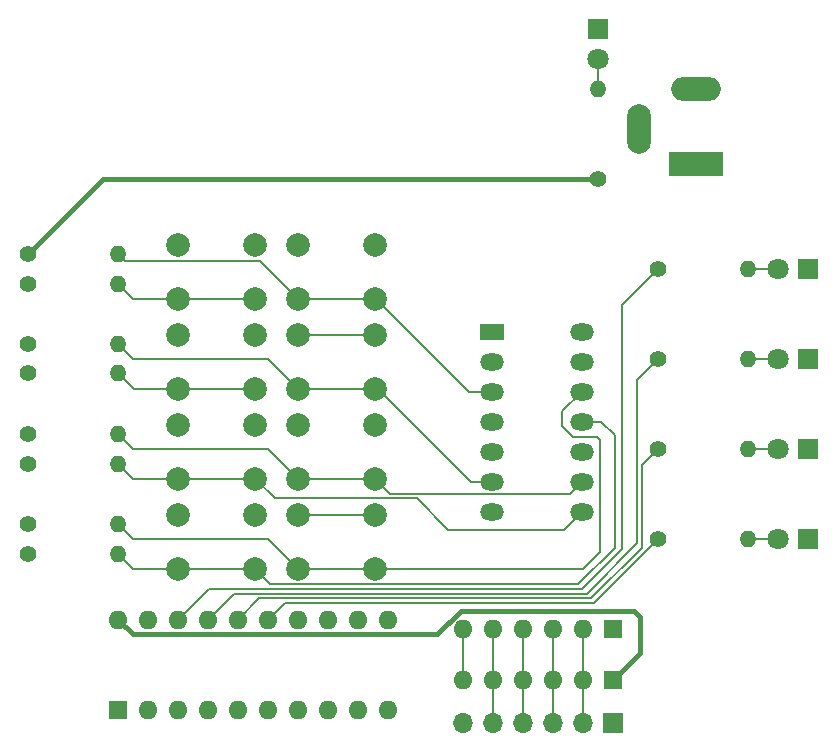
<source format=gbl>
G04 #@! TF.GenerationSoftware,KiCad,Pcbnew,8.0.3*
G04 #@! TF.CreationDate,2024-11-19T19:51:00+13:00*
G04 #@! TF.ProjectId,DEC8881_tester,44454338-3838-4315-9f74-65737465722e,rev?*
G04 #@! TF.SameCoordinates,Original*
G04 #@! TF.FileFunction,Copper,L2,Bot*
G04 #@! TF.FilePolarity,Positive*
%FSLAX46Y46*%
G04 Gerber Fmt 4.6, Leading zero omitted, Abs format (unit mm)*
G04 Created by KiCad (PCBNEW 8.0.3) date 2024-11-19 19:51:00*
%MOMM*%
%LPD*%
G01*
G04 APERTURE LIST*
G04 #@! TA.AperFunction,ComponentPad*
%ADD10C,1.400000*%
G04 #@! TD*
G04 #@! TA.AperFunction,ComponentPad*
%ADD11O,1.400000X1.400000*%
G04 #@! TD*
G04 #@! TA.AperFunction,ComponentPad*
%ADD12C,2.000000*%
G04 #@! TD*
G04 #@! TA.AperFunction,ComponentPad*
%ADD13R,1.600000X1.600000*%
G04 #@! TD*
G04 #@! TA.AperFunction,ComponentPad*
%ADD14O,1.600000X1.600000*%
G04 #@! TD*
G04 #@! TA.AperFunction,ComponentPad*
%ADD15R,1.800000X1.800000*%
G04 #@! TD*
G04 #@! TA.AperFunction,ComponentPad*
%ADD16C,1.800000*%
G04 #@! TD*
G04 #@! TA.AperFunction,ComponentPad*
%ADD17R,2.000000X1.440000*%
G04 #@! TD*
G04 #@! TA.AperFunction,ComponentPad*
%ADD18O,2.000000X1.440000*%
G04 #@! TD*
G04 #@! TA.AperFunction,ComponentPad*
%ADD19R,4.600000X2.000000*%
G04 #@! TD*
G04 #@! TA.AperFunction,ComponentPad*
%ADD20O,4.200000X2.000000*%
G04 #@! TD*
G04 #@! TA.AperFunction,ComponentPad*
%ADD21O,2.000000X4.200000*%
G04 #@! TD*
G04 #@! TA.AperFunction,ComponentPad*
%ADD22R,1.700000X1.700000*%
G04 #@! TD*
G04 #@! TA.AperFunction,ComponentPad*
%ADD23O,1.700000X1.700000*%
G04 #@! TD*
G04 #@! TA.AperFunction,Conductor*
%ADD24C,0.200000*%
G04 #@! TD*
G04 #@! TA.AperFunction,Conductor*
%ADD25C,0.400000*%
G04 #@! TD*
G04 APERTURE END LIST*
D10*
X121539000Y-103505000D03*
D11*
X129159000Y-103505000D03*
D12*
X144399000Y-100275000D03*
X150899000Y-100275000D03*
X144399000Y-104775000D03*
X150899000Y-104775000D03*
D10*
X121539000Y-100965000D03*
D11*
X129159000Y-100965000D03*
D10*
X121539000Y-108585000D03*
D11*
X129159000Y-108585000D03*
D12*
X134239000Y-107895000D03*
X140739000Y-107895000D03*
X134239000Y-112395000D03*
X140739000Y-112395000D03*
D13*
X171069000Y-117475000D03*
D14*
X168529000Y-117475000D03*
X165989000Y-117475000D03*
X163449000Y-117475000D03*
X160909000Y-117475000D03*
X158369000Y-117475000D03*
D10*
X121539000Y-93345000D03*
D11*
X129159000Y-93345000D03*
D12*
X134239000Y-85035000D03*
X140739000Y-85035000D03*
X134239000Y-89535000D03*
X140739000Y-89535000D03*
D15*
X187579000Y-86995000D03*
D16*
X185039000Y-86995000D03*
D12*
X144399000Y-92655000D03*
X150899000Y-92655000D03*
X144399000Y-97155000D03*
X150899000Y-97155000D03*
D10*
X121539000Y-88265000D03*
D11*
X129159000Y-88265000D03*
D10*
X174879000Y-102235000D03*
D11*
X182499000Y-102235000D03*
D17*
X160807400Y-92329000D03*
D18*
X160807400Y-94869000D03*
X160807400Y-97409000D03*
X160807400Y-99949000D03*
X160807400Y-102489000D03*
X160807400Y-105029000D03*
X160807400Y-107569000D03*
X168427400Y-107569000D03*
X168427400Y-105029000D03*
X168427400Y-102489000D03*
X168427400Y-99949000D03*
X168427400Y-97409000D03*
X168427400Y-94869000D03*
X168427400Y-92329000D03*
D15*
X187579000Y-109855000D03*
D16*
X185039000Y-109855000D03*
D10*
X174879000Y-109855000D03*
D11*
X182499000Y-109855000D03*
D13*
X171069000Y-121825000D03*
D14*
X168529000Y-121825000D03*
X165989000Y-121825000D03*
X163449000Y-121825000D03*
X160909000Y-121825000D03*
X158369000Y-121825000D03*
D13*
X129159000Y-124333000D03*
D14*
X131699000Y-124333000D03*
X134239000Y-124333000D03*
X136779000Y-124333000D03*
X139319000Y-124333000D03*
X141859000Y-124333000D03*
X144399000Y-124333000D03*
X146939000Y-124333000D03*
X149479000Y-124333000D03*
X152019000Y-124333000D03*
X152019000Y-116713000D03*
X149479000Y-116713000D03*
X146939000Y-116713000D03*
X144399000Y-116713000D03*
X141859000Y-116713000D03*
X139319000Y-116713000D03*
X136779000Y-116713000D03*
X134239000Y-116713000D03*
X131699000Y-116713000D03*
X129159000Y-116713000D03*
D12*
X134239000Y-92655000D03*
X140739000Y-92655000D03*
X134239000Y-97155000D03*
X140739000Y-97155000D03*
D15*
X187579000Y-102235000D03*
D16*
X185039000Y-102235000D03*
D12*
X134239000Y-100275000D03*
X140739000Y-100275000D03*
X134239000Y-104775000D03*
X140739000Y-104775000D03*
D10*
X174879000Y-86995000D03*
D11*
X182499000Y-86995000D03*
D10*
X121539000Y-111125000D03*
D11*
X129159000Y-111125000D03*
D10*
X121539000Y-85725000D03*
D11*
X129159000Y-85725000D03*
D15*
X169799000Y-66675000D03*
D16*
X169799000Y-69215000D03*
D15*
X187579000Y-94615000D03*
D16*
X185039000Y-94615000D03*
D12*
X144399000Y-107895000D03*
X150899000Y-107895000D03*
X144399000Y-112395000D03*
X150899000Y-112395000D03*
D10*
X169799000Y-79375000D03*
D11*
X169799000Y-71755000D03*
D10*
X121539000Y-95815000D03*
D11*
X129159000Y-95815000D03*
D19*
X178069000Y-78105000D03*
D20*
X178069000Y-71805000D03*
D21*
X173269000Y-75205000D03*
D22*
X171069000Y-125476000D03*
D23*
X168529000Y-125476000D03*
X165989000Y-125476000D03*
X163449000Y-125476000D03*
X160909000Y-125476000D03*
X158369000Y-125476000D03*
D12*
X144399000Y-85035000D03*
X150899000Y-85035000D03*
X144399000Y-89535000D03*
X150899000Y-89535000D03*
D10*
X174879000Y-94615000D03*
D11*
X182499000Y-94615000D03*
D24*
X144399000Y-107895000D02*
X150899000Y-107895000D01*
X144399000Y-92655000D02*
X150899000Y-92655000D01*
X169799000Y-71755000D02*
X169799000Y-69215000D01*
X182499000Y-86995000D02*
X185039000Y-86995000D01*
X182499000Y-94615000D02*
X185039000Y-94615000D01*
X182499000Y-102235000D02*
X185039000Y-102235000D01*
X182499000Y-109855000D02*
X185039000Y-109855000D01*
D25*
X173355000Y-116459000D02*
X173355000Y-119539000D01*
X172847000Y-115951000D02*
X173355000Y-116459000D01*
X130418057Y-117972057D02*
X156174886Y-117972057D01*
X127889000Y-79375000D02*
X169799000Y-79375000D01*
X156174886Y-117972057D02*
X158195943Y-115951000D01*
X173355000Y-119539000D02*
X171069000Y-121825000D01*
X129159000Y-116713000D02*
X130418057Y-117972057D01*
X158195943Y-115951000D02*
X172847000Y-115951000D01*
X121539000Y-85725000D02*
X127889000Y-79375000D01*
D24*
X134239000Y-89535000D02*
X140739000Y-89535000D01*
X130429000Y-89535000D02*
X129159000Y-88265000D01*
X134239000Y-89535000D02*
X130429000Y-89535000D01*
X129769000Y-86335000D02*
X141199000Y-86335000D01*
X150899000Y-89535000D02*
X151003000Y-89535000D01*
X129159000Y-85725000D02*
X129769000Y-86335000D01*
X141199000Y-86335000D02*
X144399000Y-89535000D01*
X151003000Y-89535000D02*
X158877000Y-97409000D01*
X158877000Y-97409000D02*
X160807400Y-97409000D01*
X144399000Y-89535000D02*
X150899000Y-89535000D01*
X129159000Y-95815000D02*
X130499000Y-97155000D01*
X134239000Y-97155000D02*
X140739000Y-97155000D01*
X130499000Y-97155000D02*
X134239000Y-97155000D01*
X141859000Y-94615000D02*
X144399000Y-97155000D01*
X129159000Y-93345000D02*
X130429000Y-94615000D01*
X159004000Y-105029000D02*
X160807400Y-105029000D01*
X151130000Y-97155000D02*
X159004000Y-105029000D01*
X150899000Y-97155000D02*
X151130000Y-97155000D01*
X130429000Y-94615000D02*
X141859000Y-94615000D01*
X144399000Y-97155000D02*
X150899000Y-97155000D01*
X154455000Y-106449000D02*
X157099000Y-109093000D01*
X142413000Y-106449000D02*
X154455000Y-106449000D01*
X129159000Y-103505000D02*
X130429000Y-104775000D01*
X140739000Y-104775000D02*
X142413000Y-106449000D01*
X157099000Y-109093000D02*
X166903400Y-109093000D01*
X134239000Y-104775000D02*
X140739000Y-104775000D01*
X166903400Y-109093000D02*
X168427400Y-107569000D01*
X130429000Y-104775000D02*
X134239000Y-104775000D01*
X167407400Y-106049000D02*
X168427400Y-105029000D01*
X129159000Y-100965000D02*
X130429000Y-102235000D01*
X150899000Y-104775000D02*
X152173000Y-106049000D01*
X144399000Y-104775000D02*
X150899000Y-104775000D01*
X130429000Y-102235000D02*
X141859000Y-102235000D01*
X152173000Y-106049000D02*
X167407400Y-106049000D01*
X141859000Y-102235000D02*
X144399000Y-104775000D01*
X171196000Y-101092000D02*
X170053000Y-99949000D01*
X134239000Y-112395000D02*
X140739000Y-112395000D01*
X129159000Y-111125000D02*
X130429000Y-112395000D01*
X170053000Y-99949000D02*
X168427400Y-99949000D01*
X130429000Y-112395000D02*
X134239000Y-112395000D01*
X142039000Y-113695000D02*
X168118000Y-113695000D01*
X140739000Y-112395000D02*
X142039000Y-113695000D01*
X171196000Y-110617000D02*
X171196000Y-101092000D01*
X168118000Y-113695000D02*
X171196000Y-110617000D01*
X150899000Y-112395000D02*
X168529000Y-112395000D01*
X169672000Y-101219000D02*
X167640000Y-101219000D01*
X141859000Y-109855000D02*
X144399000Y-112395000D01*
X169926000Y-101473000D02*
X169672000Y-101219000D01*
X166751000Y-99085400D02*
X168427400Y-97409000D01*
X169926000Y-110998000D02*
X169926000Y-101473000D01*
X129159000Y-108585000D02*
X130429000Y-109855000D01*
X130429000Y-109855000D02*
X141859000Y-109855000D01*
X144399000Y-112395000D02*
X150899000Y-112395000D01*
X166751000Y-100330000D02*
X166751000Y-99085400D01*
X168529000Y-112395000D02*
X169926000Y-110998000D01*
X167640000Y-101219000D02*
X166751000Y-100330000D01*
X168459000Y-114116000D02*
X136836000Y-114116000D01*
X136836000Y-114116000D02*
X134239000Y-116713000D01*
X174879000Y-86995000D02*
X171831000Y-90043000D01*
X171831000Y-110744000D02*
X168459000Y-114116000D01*
X171831000Y-90043000D02*
X171831000Y-110744000D01*
X173082000Y-96412000D02*
X173082000Y-110255000D01*
X173082000Y-110255000D02*
X168821000Y-114516000D01*
X138976000Y-114516000D02*
X136779000Y-116713000D01*
X174879000Y-94615000D02*
X173082000Y-96412000D01*
X168821000Y-114516000D02*
X138976000Y-114516000D01*
X173482000Y-110617000D02*
X169183000Y-114916000D01*
X141116000Y-114916000D02*
X139319000Y-116713000D01*
X174879000Y-102235000D02*
X173482000Y-103632000D01*
X169183000Y-114916000D02*
X141116000Y-114916000D01*
X173482000Y-103632000D02*
X173482000Y-110617000D01*
X169418000Y-115316000D02*
X143256000Y-115316000D01*
X143256000Y-115316000D02*
X141859000Y-116713000D01*
X174879000Y-109855000D02*
X169418000Y-115316000D01*
X165989000Y-121825000D02*
X165989000Y-117475000D01*
X165989000Y-121825000D02*
X165989000Y-124714000D01*
X158369000Y-117475000D02*
X158369000Y-121825000D01*
X168529000Y-121825000D02*
X168529000Y-117475000D01*
X168529000Y-121825000D02*
X168529000Y-124714000D01*
X163449000Y-121825000D02*
X163449000Y-117475000D01*
X163449000Y-121825000D02*
X163449000Y-124714000D01*
X160909000Y-121825000D02*
X160909000Y-117475000D01*
X160909000Y-121825000D02*
X160909000Y-124714000D01*
M02*

</source>
